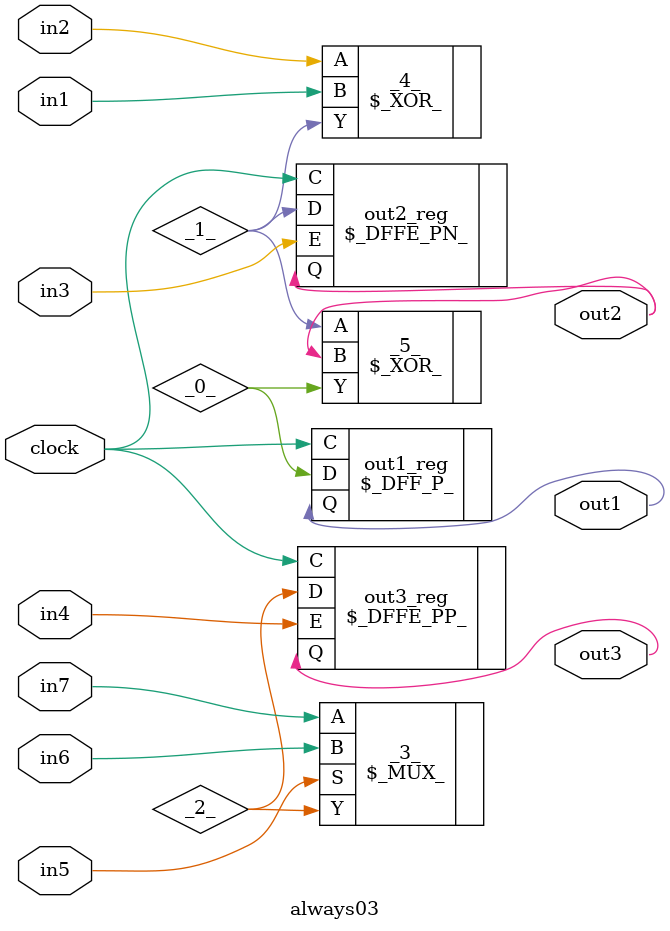
<source format=v>
/* Generated by Yosys 0.62+39 (git sha1 131911291-dirty, g++ 11.4.0-1ubuntu1~22.04.2 -Og -fPIC) */

(* top =  1  *)
(* src = "dut.sv:1.1-22.10" *)
module always03(clock, in1, in2, in3, in4, in5, in6, in7, out1, out2, out3);
  (* src = "dut.sv:3.7-3.12" *)
  input clock;
  wire clock;
  (* src = "dut.sv:3.14-3.17" *)
  input in1;
  wire in1;
  (* src = "dut.sv:3.19-3.22" *)
  input in2;
  wire in2;
  (* src = "dut.sv:3.24-3.27" *)
  input in3;
  wire in3;
  (* src = "dut.sv:3.29-3.32" *)
  input in4;
  wire in4;
  (* src = "dut.sv:3.34-3.37" *)
  input in5;
  wire in5;
  (* src = "dut.sv:3.39-3.42" *)
  input in6;
  wire in6;
  (* src = "dut.sv:3.44-3.47" *)
  input in7;
  wire in7;
  (* src = "dut.sv:4.8-4.12" *)
  output out1;
  wire out1;
  (* src = "dut.sv:4.14-4.18" *)
  output out2;
  wire out2;
  (* src = "dut.sv:4.20-4.24" *)
  output out3;
  wire out3;
  (* src = "dut.sv:7.1-20.4" *)
  wire _0_;
  (* src = "dut.sv:7.1-20.4" *)
  wire _1_;
  wire _2_;
  \$_MUX_  _3_ (
    .A(in7),
    .B(in6),
    .S(in5),
    .Y(_2_)
  );
  \$_XOR_  _4_ (
    .A(in2),
    .B(in1),
    .Y(_1_)
  );
  \$_XOR_  _5_ (
    .A(_1_),
    .B(out2),
    .Y(_0_)
  );
  (* src = "dut.sv:7.1-20.4" *)
  \$_DFF_P_  out1_reg /* _6_ */ (
    .C(clock),
    .D(_0_),
    .Q(out1)
  );
  (* src = "dut.sv:7.1-20.4" *)
  \$_DFFE_PP_  out3_reg /* _7_ */ (
    .C(clock),
    .D(_2_),
    .E(in4),
    .Q(out3)
  );
  (* src = "dut.sv:7.1-20.4" *)
  \$_DFFE_PN_  out2_reg /* _8_ */ (
    .C(clock),
    .D(_1_),
    .E(in3),
    .Q(out2)
  );
endmodule

</source>
